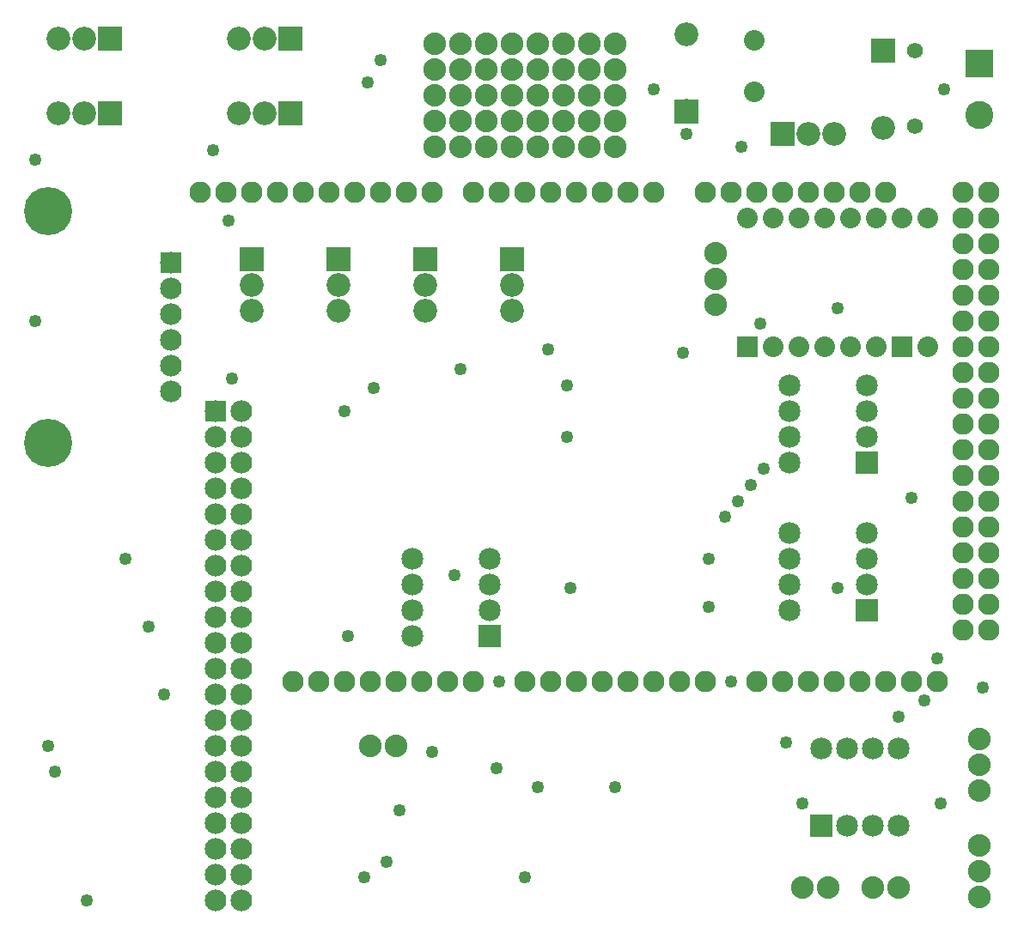
<source format=gbs>
G04 MADE WITH FRITZING*
G04 WWW.FRITZING.ORG*
G04 DOUBLE SIDED*
G04 HOLES PLATED*
G04 CONTOUR ON CENTER OF CONTOUR VECTOR*
%ASAXBY*%
%FSLAX23Y23*%
%MOIN*%
%OFA0B0*%
%SFA1.0B1.0*%
%ADD10C,0.049370*%
%ADD11C,0.080000*%
%ADD12C,0.085000*%
%ADD13C,0.187165*%
%ADD14C,0.084000*%
%ADD15C,0.088000*%
%ADD16C,0.082917*%
%ADD17C,0.092000*%
%ADD18C,0.061496*%
%ADD19C,0.109055*%
%ADD20R,0.085000X0.085000*%
%ADD21R,0.084000X0.084000*%
%ADD22R,0.080000X0.080000*%
%ADD23R,0.092000X0.092000*%
%ADD24R,0.109055X0.109055*%
%LNMASK0*%
G90*
G70*
G54D10*
X2482Y3451D03*
X519Y1363D03*
X282Y301D03*
X2157Y1513D03*
X3432Y1013D03*
X3757Y1126D03*
X832Y2938D03*
X1282Y2201D03*
G54D11*
X2869Y3638D03*
X2869Y3438D03*
G54D10*
X157Y801D03*
X132Y901D03*
X1444Y451D03*
X1869Y813D03*
X2332Y738D03*
X1619Y876D03*
X1494Y651D03*
G54D12*
X1844Y1326D03*
X1544Y1326D03*
X1844Y1426D03*
X1544Y1426D03*
X1844Y1526D03*
X1544Y1526D03*
X1844Y1626D03*
X1544Y1626D03*
G54D10*
X432Y1626D03*
X3057Y676D03*
X3582Y1238D03*
G54D12*
X3307Y1426D03*
X3007Y1426D03*
X3307Y1526D03*
X3007Y1526D03*
X3307Y1626D03*
X3007Y1626D03*
X3307Y1726D03*
X3007Y1726D03*
X3307Y2001D03*
X3007Y2001D03*
X3307Y2101D03*
X3007Y2101D03*
X3307Y2201D03*
X3007Y2201D03*
X3307Y2301D03*
X3007Y2301D03*
G54D10*
X2607Y3276D03*
X1732Y2363D03*
X2069Y2438D03*
X1394Y2288D03*
X2807Y1851D03*
X2757Y1788D03*
X2857Y1913D03*
X2907Y1976D03*
X769Y3213D03*
X1369Y3476D03*
X1419Y3563D03*
X3594Y676D03*
X3532Y1076D03*
X2594Y2426D03*
X1357Y388D03*
G54D13*
X132Y2076D03*
X132Y2976D03*
G54D10*
X1982Y388D03*
X3194Y1513D03*
X1294Y1326D03*
X1882Y1151D03*
X82Y3176D03*
X2994Y913D03*
X582Y1101D03*
X2782Y1151D03*
X1707Y1563D03*
X2819Y3226D03*
X3194Y2601D03*
G54D14*
X607Y2776D03*
X607Y2676D03*
X607Y2576D03*
X607Y2476D03*
X607Y2376D03*
X607Y2276D03*
G54D10*
X2144Y2301D03*
X2144Y2101D03*
X3482Y1863D03*
X844Y2326D03*
G54D11*
X3544Y2951D03*
X3544Y2451D03*
X3444Y2951D03*
X3444Y2451D03*
X3344Y2951D03*
X3344Y2451D03*
X3244Y2951D03*
X3244Y2451D03*
X3144Y2951D03*
X3144Y2451D03*
X3044Y2951D03*
X3044Y2451D03*
X2944Y2951D03*
X2944Y2451D03*
X2844Y2951D03*
X2844Y2451D03*
G54D10*
X3607Y3451D03*
X2032Y738D03*
G54D15*
X1632Y3226D03*
X1632Y3326D03*
X1632Y3426D03*
X1632Y3526D03*
X1632Y3626D03*
X2332Y3226D03*
X2332Y3326D03*
X2332Y3426D03*
X2332Y3526D03*
X2332Y3626D03*
X2132Y3626D03*
X2132Y3526D03*
X2132Y3426D03*
X1932Y3426D03*
X1932Y3626D03*
X1932Y3526D03*
X1932Y3226D03*
X1932Y3326D03*
X1732Y3526D03*
X1732Y3626D03*
X2232Y3226D03*
X1832Y3626D03*
X1832Y3426D03*
X1832Y3226D03*
X1832Y3326D03*
X2232Y3626D03*
X2232Y3526D03*
X2232Y3426D03*
X1732Y3226D03*
X1732Y3326D03*
X2032Y3426D03*
X1832Y3526D03*
X2032Y3226D03*
X2032Y3326D03*
X1382Y901D03*
X1482Y901D03*
X2032Y3626D03*
X2032Y3526D03*
X2232Y3326D03*
X1732Y3426D03*
X2132Y3226D03*
X2132Y3326D03*
G54D10*
X2894Y2538D03*
X82Y2551D03*
G54D12*
X3132Y588D03*
X3132Y888D03*
X3232Y588D03*
X3232Y888D03*
X3332Y588D03*
X3332Y888D03*
X3432Y588D03*
X3432Y888D03*
G54D14*
X882Y2201D03*
X882Y2101D03*
X882Y2001D03*
X882Y1901D03*
X882Y1801D03*
X882Y1701D03*
X882Y1601D03*
X882Y1501D03*
X882Y1401D03*
X882Y1301D03*
X882Y1201D03*
X882Y1101D03*
X882Y1001D03*
X882Y901D03*
X882Y801D03*
X882Y701D03*
X882Y601D03*
X882Y501D03*
X882Y401D03*
X882Y301D03*
X782Y2201D03*
X782Y2101D03*
X782Y2001D03*
X782Y1901D03*
X782Y1801D03*
X782Y1701D03*
X782Y1601D03*
X782Y1501D03*
X782Y1401D03*
X782Y1301D03*
X782Y1201D03*
X782Y1101D03*
X782Y1001D03*
X782Y901D03*
X782Y801D03*
X782Y701D03*
X782Y601D03*
X782Y501D03*
X782Y401D03*
X782Y301D03*
G54D16*
X2982Y1151D03*
X1382Y1151D03*
X3082Y1151D03*
X3182Y1151D03*
X3282Y1151D03*
X3382Y1151D03*
X3682Y2551D03*
X3482Y1151D03*
X3582Y1151D03*
X1422Y3051D03*
X1982Y1151D03*
X2082Y1151D03*
X2182Y1151D03*
X2282Y1151D03*
X3682Y1751D03*
X2382Y1151D03*
X2482Y1151D03*
X2582Y1151D03*
X2682Y1151D03*
X2182Y3051D03*
X3682Y2951D03*
X3682Y2151D03*
X3682Y1351D03*
X1022Y3051D03*
X1782Y1151D03*
X1782Y3051D03*
X3682Y2751D03*
X3682Y2351D03*
X3682Y1951D03*
X3382Y3051D03*
X3682Y1551D03*
X3282Y3051D03*
X3182Y3051D03*
X3082Y3051D03*
X2982Y3051D03*
X2882Y3051D03*
X2782Y3051D03*
X2682Y3051D03*
X822Y3051D03*
X1222Y3051D03*
X1622Y3051D03*
X1182Y1151D03*
X1582Y1151D03*
X2382Y3051D03*
X1982Y3051D03*
X3682Y3051D03*
X3682Y2851D03*
X3682Y2651D03*
X3682Y2451D03*
X3682Y2251D03*
X3682Y2051D03*
X3682Y1851D03*
X3682Y1651D03*
X3682Y1451D03*
X722Y3051D03*
X922Y3051D03*
X1122Y3051D03*
X1322Y3051D03*
X1522Y3051D03*
X1082Y1151D03*
X1282Y1151D03*
X1482Y1151D03*
X1682Y1151D03*
X2482Y3051D03*
X2282Y3051D03*
X2082Y3051D03*
X1882Y3051D03*
X3782Y3051D03*
X3782Y2951D03*
X3782Y2851D03*
X3782Y2751D03*
X3782Y2651D03*
X3782Y2551D03*
X3782Y2451D03*
X3782Y2351D03*
X3782Y2251D03*
X3782Y2151D03*
X3782Y2051D03*
X3782Y1951D03*
X3782Y1851D03*
X3782Y1751D03*
X3782Y1651D03*
X3782Y1551D03*
X3782Y1451D03*
X3782Y1351D03*
X2882Y1151D03*
G54D17*
X1257Y2788D03*
X1257Y2688D03*
X1257Y2588D03*
X1932Y2788D03*
X1932Y2688D03*
X1932Y2588D03*
X1594Y2788D03*
X1594Y2688D03*
X1594Y2588D03*
X919Y2788D03*
X919Y2688D03*
X919Y2588D03*
G54D15*
X3744Y313D03*
X3744Y413D03*
X3744Y513D03*
X3744Y926D03*
X3744Y826D03*
X3744Y726D03*
X2719Y2813D03*
X2719Y2713D03*
X2719Y2613D03*
X3057Y351D03*
X3157Y351D03*
X3432Y351D03*
X3332Y351D03*
G54D17*
X2982Y3276D03*
X3082Y3276D03*
X3182Y3276D03*
X2607Y3365D03*
X2607Y3663D03*
X3369Y3599D03*
X3369Y3301D03*
G54D18*
X3494Y3305D03*
X3494Y3601D03*
G54D17*
X369Y3357D03*
X269Y3357D03*
X169Y3357D03*
X1069Y3645D03*
X969Y3645D03*
X869Y3645D03*
X369Y3645D03*
X269Y3645D03*
X169Y3645D03*
X1069Y3357D03*
X969Y3357D03*
X869Y3357D03*
G54D19*
X3744Y3551D03*
X3744Y3351D03*
G54D10*
X2694Y1438D03*
X2694Y1626D03*
G54D20*
X1844Y1326D03*
X3307Y1426D03*
X3307Y2001D03*
G54D21*
X607Y2776D03*
G54D22*
X2844Y2451D03*
X3444Y2451D03*
G54D20*
X3132Y588D03*
G54D21*
X782Y2201D03*
G54D23*
X1257Y2788D03*
X1932Y2788D03*
X1594Y2788D03*
X919Y2788D03*
X2982Y3276D03*
X2607Y3364D03*
X3369Y3600D03*
X369Y3357D03*
X1069Y3645D03*
X369Y3645D03*
X1069Y3357D03*
G54D24*
X3744Y3551D03*
G04 End of Mask0*
M02*
</source>
